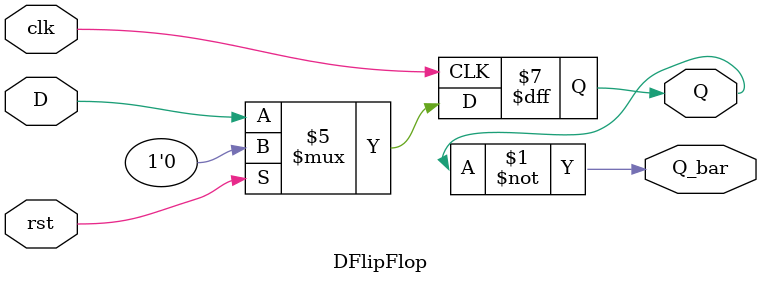
<source format=sv>
`timescale 1ns/1ps
`default_nettype none

module DFlipFlop(D, rst, clk, Q, Q_bar);

input D, clk, rst;

output reg Q;
output Q_bar;

assign Q_bar = ~Q;

always_ff @(posedge clk) begin
    if (rst == 1'b1)
        Q <= 1'b0;
    else
        Q <= D;
end

endmodule

</source>
